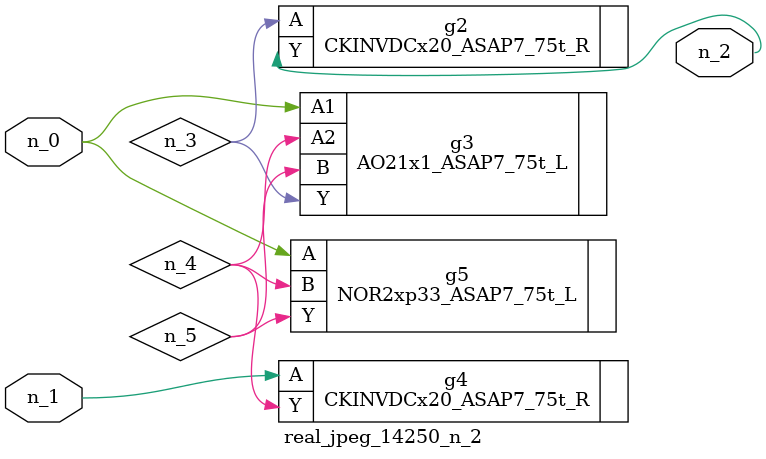
<source format=v>
module real_jpeg_14250_n_2 (n_1, n_0, n_2);

input n_1;
input n_0;

output n_2;

wire n_5;
wire n_4;
wire n_3;

AO21x1_ASAP7_75t_L g3 ( 
.A1(n_0),
.A2(n_4),
.B(n_5),
.Y(n_3)
);

NOR2xp33_ASAP7_75t_L g5 ( 
.A(n_0),
.B(n_4),
.Y(n_5)
);

CKINVDCx20_ASAP7_75t_R g4 ( 
.A(n_1),
.Y(n_4)
);

CKINVDCx20_ASAP7_75t_R g2 ( 
.A(n_3),
.Y(n_2)
);


endmodule
</source>
